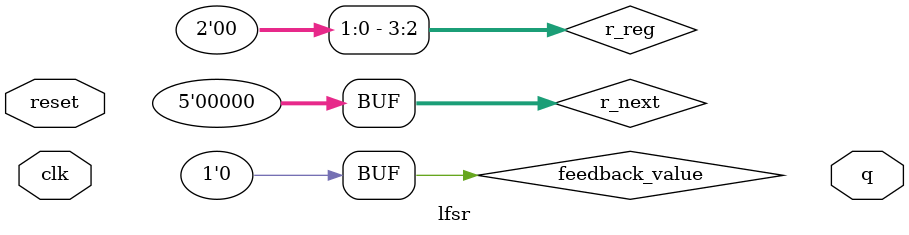
<source format=v>
module lfsr( 
    input clk,
    input reset,
    output [4:0] q
); 
reg [4:0] r_reg;
wire [4:0] r_next;
wire feedback_value;
// on reset set the value of r_reg to 1
// otherwise assign r_next to r_reg
// assign the xor of bit positions 2 and 4 of r_reg to feedback_value
// assign feedback value concatenated with 4 MSBs of r_reg to r_next
// assign r_reg to the output q
assign r_next = {r_reg[3], feedback_value};
r #(5) r_reg_enc(.c(clk), .d(r_reg[4]), .rst(reset), .q(r_next[4]));

//assign r_next = {r_reg[2], feedback_value, ^r_reg[0]};
assign r_next = {r_reg[3], feedback_value, ^r_reg[2]};

always@(posedge clk or posedge reset)
begin
	if(reset == 1'b1)
	begin 
		r_reg  <= 5'b00000;
	end
	else
	begin
		r_reg  <= r_next;
	end
end

endmodule

</source>
